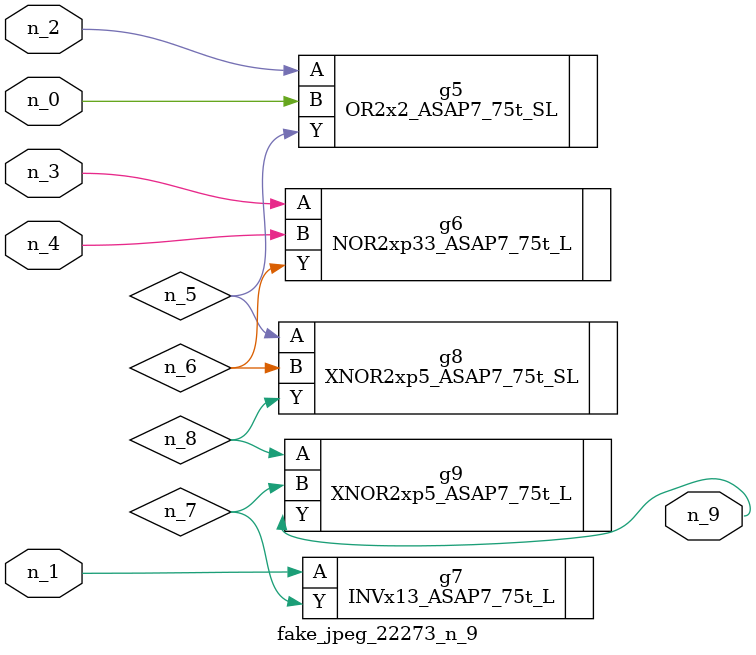
<source format=v>
module fake_jpeg_22273_n_9 (n_3, n_2, n_1, n_0, n_4, n_9);

input n_3;
input n_2;
input n_1;
input n_0;
input n_4;

output n_9;

wire n_8;
wire n_6;
wire n_5;
wire n_7;

OR2x2_ASAP7_75t_SL g5 ( 
.A(n_2),
.B(n_0),
.Y(n_5)
);

NOR2xp33_ASAP7_75t_L g6 ( 
.A(n_3),
.B(n_4),
.Y(n_6)
);

INVx13_ASAP7_75t_L g7 ( 
.A(n_1),
.Y(n_7)
);

XNOR2xp5_ASAP7_75t_SL g8 ( 
.A(n_5),
.B(n_6),
.Y(n_8)
);

XNOR2xp5_ASAP7_75t_L g9 ( 
.A(n_8),
.B(n_7),
.Y(n_9)
);


endmodule
</source>
